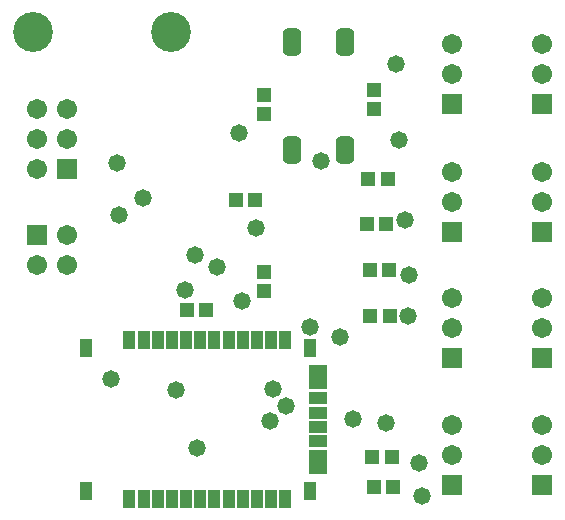
<source format=gts>
%FSLAX25Y25*%
%MOIN*%
G70*
G01*
G75*
G04 Layer_Color=8388736*
%ADD10R,0.03937X0.03937*%
G04:AMPARAMS|DCode=11|XSize=83mil|YSize=55mil|CornerRadius=13.75mil|HoleSize=0mil|Usage=FLASHONLY|Rotation=90.000|XOffset=0mil|YOffset=0mil|HoleType=Round|Shape=RoundedRectangle|*
%AMROUNDEDRECTD11*
21,1,0.08300,0.02750,0,0,90.0*
21,1,0.05550,0.05500,0,0,90.0*
1,1,0.02750,0.01375,0.02775*
1,1,0.02750,0.01375,-0.02775*
1,1,0.02750,-0.01375,-0.02775*
1,1,0.02750,-0.01375,0.02775*
%
%ADD11ROUNDEDRECTD11*%
%ADD12R,0.03150X0.05118*%
%ADD13R,0.05118X0.03150*%
%ADD14R,0.03740X0.03937*%
%ADD15R,0.03937X0.03740*%
%ADD16R,0.03937X0.03937*%
%ADD17C,0.01500*%
%ADD18C,0.02000*%
%ADD19R,0.05906X0.05906*%
%ADD20C,0.05906*%
%ADD21C,0.12500*%
%ADD22C,0.05000*%
%ADD23O,0.08071X0.02362*%
%ADD24O,0.02362X0.08071*%
G04:AMPARAMS|DCode=25|XSize=82.68mil|YSize=62.99mil|CornerRadius=15.75mil|HoleSize=0mil|Usage=FLASHONLY|Rotation=180.000|XOffset=0mil|YOffset=0mil|HoleType=Round|Shape=RoundedRectangle|*
%AMROUNDEDRECTD25*
21,1,0.08268,0.03150,0,0,180.0*
21,1,0.05118,0.06299,0,0,180.0*
1,1,0.03150,-0.02559,0.01575*
1,1,0.03150,0.02559,0.01575*
1,1,0.03150,0.02559,-0.01575*
1,1,0.03150,-0.02559,-0.01575*
%
%ADD25ROUNDEDRECTD25*%
G04:AMPARAMS|DCode=26|XSize=70.87mil|YSize=74.8mil|CornerRadius=17.72mil|HoleSize=0mil|Usage=FLASHONLY|Rotation=180.000|XOffset=0mil|YOffset=0mil|HoleType=Round|Shape=RoundedRectangle|*
%AMROUNDEDRECTD26*
21,1,0.07087,0.03937,0,0,180.0*
21,1,0.03543,0.07480,0,0,180.0*
1,1,0.03543,-0.01772,0.01969*
1,1,0.03543,0.01772,0.01969*
1,1,0.03543,0.01772,-0.01969*
1,1,0.03543,-0.01772,-0.01969*
%
%ADD26ROUNDEDRECTD26*%
G04:AMPARAMS|DCode=27|XSize=15.75mil|YSize=53.15mil|CornerRadius=3.94mil|HoleSize=0mil|Usage=FLASHONLY|Rotation=180.000|XOffset=0mil|YOffset=0mil|HoleType=Round|Shape=RoundedRectangle|*
%AMROUNDEDRECTD27*
21,1,0.01575,0.04528,0,0,180.0*
21,1,0.00787,0.05315,0,0,180.0*
1,1,0.00787,-0.00394,0.02264*
1,1,0.00787,0.00394,0.02264*
1,1,0.00787,0.00394,-0.02264*
1,1,0.00787,-0.00394,-0.02264*
%
%ADD27ROUNDEDRECTD27*%
G04:AMPARAMS|DCode=28|XSize=74.8mil|YSize=74.8mil|CornerRadius=18.7mil|HoleSize=0mil|Usage=FLASHONLY|Rotation=180.000|XOffset=0mil|YOffset=0mil|HoleType=Round|Shape=RoundedRectangle|*
%AMROUNDEDRECTD28*
21,1,0.07480,0.03740,0,0,180.0*
21,1,0.03740,0.07480,0,0,180.0*
1,1,0.03740,-0.01870,0.01870*
1,1,0.03740,0.01870,0.01870*
1,1,0.03740,0.01870,-0.01870*
1,1,0.03740,-0.01870,-0.01870*
%
%ADD28ROUNDEDRECTD28*%
%ADD29R,0.04724X0.07677*%
%ADD30R,0.09449X0.03937*%
%ADD31R,0.09449X0.12992*%
%ADD32C,0.01000*%
%ADD33C,0.00787*%
%ADD34C,0.00100*%
%ADD35R,0.04737X0.04737*%
G04:AMPARAMS|DCode=36|XSize=91mil|YSize=63mil|CornerRadius=17.75mil|HoleSize=0mil|Usage=FLASHONLY|Rotation=90.000|XOffset=0mil|YOffset=0mil|HoleType=Round|Shape=RoundedRectangle|*
%AMROUNDEDRECTD36*
21,1,0.09100,0.02750,0,0,90.0*
21,1,0.05550,0.06300,0,0,90.0*
1,1,0.03550,0.01375,0.02775*
1,1,0.03550,0.01375,-0.02775*
1,1,0.03550,-0.01375,-0.02775*
1,1,0.03550,-0.01375,0.02775*
%
%ADD36ROUNDEDRECTD36*%
%ADD37R,0.03950X0.05918*%
%ADD38R,0.05918X0.03950*%
%ADD39R,0.04540X0.04737*%
%ADD40R,0.04737X0.04540*%
%ADD41R,0.04737X0.04737*%
%ADD42R,0.06706X0.06706*%
%ADD43C,0.06706*%
%ADD44C,0.13300*%
%ADD45C,0.05800*%
D35*
X277896Y152000D02*
D03*
X271400D02*
D03*
X276548Y244700D02*
D03*
X270052D02*
D03*
X276048Y229467D02*
D03*
X269552D02*
D03*
X277048Y214233D02*
D03*
X270552D02*
D03*
X277248Y199000D02*
D03*
X270752D02*
D03*
X278396Y142000D02*
D03*
X271900D02*
D03*
D36*
X262500Y290100D02*
D03*
X244800D02*
D03*
X262500Y254300D02*
D03*
X244800D02*
D03*
D37*
X190500Y138000D02*
D03*
X195224D02*
D03*
X199949D02*
D03*
X204673D02*
D03*
X209398D02*
D03*
X214122D02*
D03*
X218847D02*
D03*
X223571D02*
D03*
X228295D02*
D03*
X233020D02*
D03*
X237744D02*
D03*
X242469D02*
D03*
Y190756D02*
D03*
X237744D02*
D03*
X233020D02*
D03*
X228295D02*
D03*
X223571D02*
D03*
X218847D02*
D03*
X214122D02*
D03*
X209398D02*
D03*
X204673D02*
D03*
X199949D02*
D03*
X195224D02*
D03*
X190500D02*
D03*
X250736Y140559D02*
D03*
Y188197D02*
D03*
X175933D02*
D03*
Y140559D02*
D03*
D38*
X253492Y148236D02*
D03*
Y152173D02*
D03*
Y157291D02*
D03*
Y162016D02*
D03*
Y166740D02*
D03*
Y171465D02*
D03*
Y176583D02*
D03*
Y180520D02*
D03*
D39*
X271900Y267850D02*
D03*
Y274150D02*
D03*
X235500Y207350D02*
D03*
Y213650D02*
D03*
D40*
X232250Y237500D02*
D03*
X225950D02*
D03*
X209750Y200900D02*
D03*
X216050D02*
D03*
D41*
X235200Y266152D02*
D03*
Y272648D02*
D03*
D42*
X169700Y248000D02*
D03*
X159700Y226000D02*
D03*
X298000Y269500D02*
D03*
Y185000D02*
D03*
X328000Y269500D02*
D03*
Y185000D02*
D03*
X298000Y227000D02*
D03*
Y142500D02*
D03*
X328000Y227000D02*
D03*
Y142500D02*
D03*
D43*
X159700Y248000D02*
D03*
X169700Y258000D02*
D03*
X159700D02*
D03*
X169700Y268000D02*
D03*
X159700D02*
D03*
X169700Y216000D02*
D03*
X159700D02*
D03*
X169700Y226000D02*
D03*
X298000Y289500D02*
D03*
Y279500D02*
D03*
Y205000D02*
D03*
Y195000D02*
D03*
X328000Y289500D02*
D03*
Y279500D02*
D03*
Y205000D02*
D03*
Y195000D02*
D03*
X298000Y247000D02*
D03*
Y237000D02*
D03*
Y162500D02*
D03*
Y152500D02*
D03*
X328000Y247000D02*
D03*
Y237000D02*
D03*
Y162500D02*
D03*
Y152500D02*
D03*
D44*
X204500Y293500D02*
D03*
X158500D02*
D03*
D45*
X280500Y257500D02*
D03*
X184500Y178000D02*
D03*
X213000Y155000D02*
D03*
X288000Y139000D02*
D03*
X287000Y150000D02*
D03*
X279500Y282800D02*
D03*
X226900Y259900D02*
D03*
X186500Y249800D02*
D03*
X237400Y163900D02*
D03*
X242600Y168900D02*
D03*
X265000Y164500D02*
D03*
X276000Y163100D02*
D03*
X238200Y174600D02*
D03*
X260800Y192000D02*
D03*
X206000Y174300D02*
D03*
X254200Y250500D02*
D03*
X282300Y231000D02*
D03*
X283700Y212500D02*
D03*
X283200Y199000D02*
D03*
X212400Y219300D02*
D03*
X219600Y215300D02*
D03*
X194900Y238200D02*
D03*
X187100Y232500D02*
D03*
X232800Y228300D02*
D03*
X228100Y204000D02*
D03*
X208900Y207500D02*
D03*
X250700Y195100D02*
D03*
M02*

</source>
